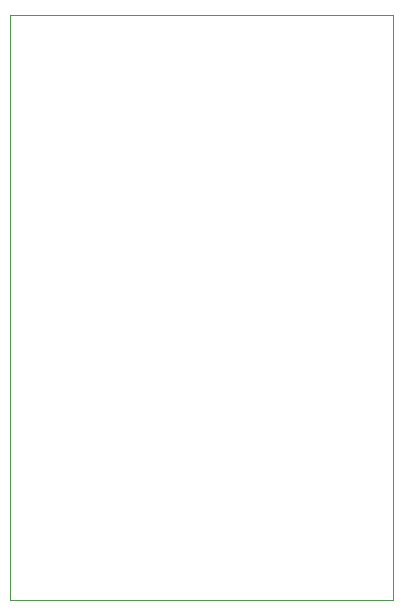
<source format=gbr>
G04 #@! TF.FileFunction,Profile,NP*
%FSLAX46Y46*%
G04 Gerber Fmt 4.6, Leading zero omitted, Abs format (unit mm)*
G04 Created by KiCad (PCBNEW 4.0.4+e1-6308~48~ubuntu16.04.1-stable) date Wed Nov  2 15:53:33 2016*
%MOMM*%
%LPD*%
G01*
G04 APERTURE LIST*
%ADD10C,0.100000*%
G04 APERTURE END LIST*
D10*
X117475000Y-101600000D02*
X117475000Y-151130000D01*
X149860000Y-101600000D02*
X117475000Y-101600000D01*
X149860000Y-151130000D02*
X149860000Y-101600000D01*
X117475000Y-151130000D02*
X149860000Y-151130000D01*
M02*

</source>
